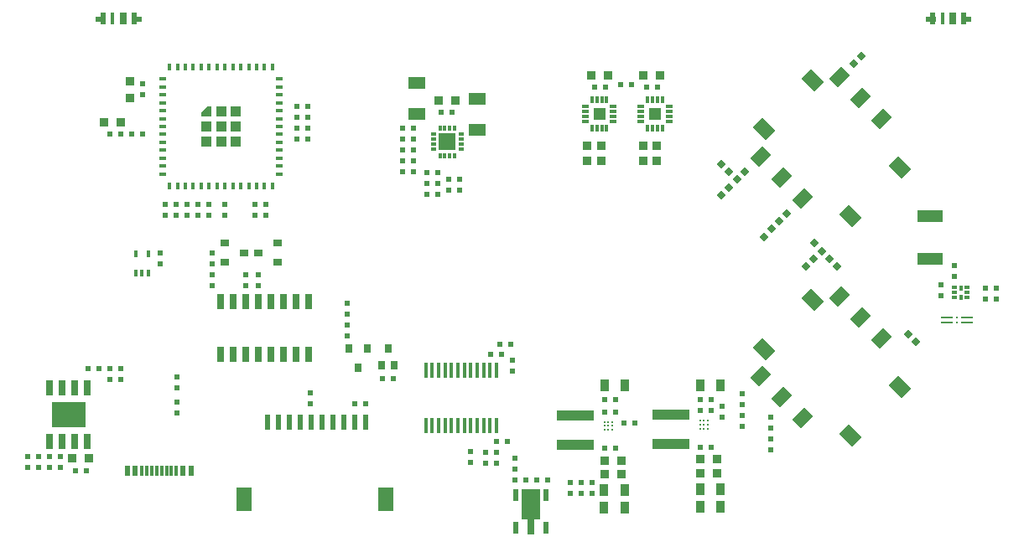
<source format=gtp>
G04*
G04 #@! TF.GenerationSoftware,Altium Limited,Altium Designer,18.1.7 (191)*
G04*
G04 Layer_Color=8421504*
%FSLAX44Y44*%
%MOMM*%
G71*
G01*
G75*
%ADD12R,0.6000X0.6000*%
G04:AMPARAMS|DCode=13|XSize=1.55mm|YSize=0.67mm|CornerRadius=0.0335mm|HoleSize=0mm|Usage=FLASHONLY|Rotation=90.000|XOffset=0mm|YOffset=0mm|HoleType=Round|Shape=RoundedRectangle|*
%AMROUNDEDRECTD13*
21,1,1.5500,0.6030,0,0,90.0*
21,1,1.4830,0.6700,0,0,90.0*
1,1,0.0670,0.3015,0.7415*
1,1,0.0670,0.3015,-0.7415*
1,1,0.0670,-0.3015,-0.7415*
1,1,0.0670,-0.3015,0.7415*
%
%ADD13ROUNDEDRECTD13*%
%ADD14R,0.6000X0.6000*%
%ADD15R,0.4000X0.7500*%
%ADD16R,0.8000X0.4000*%
%ADD17R,0.4000X0.8000*%
%ADD18R,0.4000X0.4000*%
%ADD19R,1.0000X1.0000*%
%ADD20R,0.5000X1.2000*%
%ADD21R,0.7000X1.2000*%
%ADD22R,0.4500X1.2000*%
%ADD23R,0.5500X1.2000*%
%ADD24R,1.0000X0.5500*%
%ADD25R,0.9000X0.9000*%
%ADD26R,0.9000X0.9000*%
%ADD27R,0.9000X0.8000*%
%ADD28R,1.7000X1.1500*%
%ADD29R,0.6300X0.3000*%
%ADD30R,0.3000X0.6300*%
%ADD31R,1.7500X1.7500*%
%ADD32R,1.2300X1.2300*%
%ADD33R,0.8000X0.3000*%
%ADD34R,0.3000X0.8000*%
G04:AMPARAMS|DCode=35|XSize=1.7mm|YSize=1.2mm|CornerRadius=0mm|HoleSize=0mm|Usage=FLASHONLY|Rotation=225.000|XOffset=0mm|YOffset=0mm|HoleType=Round|Shape=Rectangle|*
%AMROTATEDRECTD35*
4,1,4,0.1768,1.0253,1.0253,0.1768,-0.1768,-1.0253,-1.0253,-0.1768,0.1768,1.0253,0.0*
%
%ADD35ROTATEDRECTD35*%

G04:AMPARAMS|DCode=36|XSize=1.4mm|YSize=1.9mm|CornerRadius=0mm|HoleSize=0mm|Usage=FLASHONLY|Rotation=225.000|XOffset=0mm|YOffset=0mm|HoleType=Round|Shape=Rectangle|*
%AMROTATEDRECTD36*
4,1,4,-0.1768,1.1667,1.1667,-0.1768,0.1768,-1.1667,-1.1667,0.1768,-0.1768,1.1667,0.0*
%
%ADD36ROTATEDRECTD36*%

%ADD37P,0.8485X4X360.0*%
%ADD38P,0.8485X4X270.0*%
%ADD39R,2.5000X1.2000*%
%ADD40R,0.3500X0.6300*%
%ADD41R,0.5800X0.3000*%
%ADD42O,1.2500X0.2500*%
%ADD43C,0.2500*%
%ADD44O,1.2500X0.2500*%
%ADD45R,0.9000X1.3000*%
%ADD46C,0.2300*%
%ADD47R,3.7000X1.1000*%
%ADD48R,1.8500X3.1250*%
%ADD49R,0.5500X1.3000*%
%ADD50R,0.8000X1.5000*%
%ADD51R,0.8000X0.9000*%
%ADD52R,0.4500X1.5500*%
%ADD53R,0.6000X1.5000*%
%ADD54R,1.5000X2.3400*%
%ADD55R,3.5100X2.6200*%
G04:AMPARAMS|DCode=56|XSize=1.55mm|YSize=0.6mm|CornerRadius=0.03mm|HoleSize=0mm|Usage=FLASHONLY|Rotation=270.000|XOffset=0mm|YOffset=0mm|HoleType=Round|Shape=RoundedRectangle|*
%AMROUNDEDRECTD56*
21,1,1.5500,0.5400,0,0,270.0*
21,1,1.4900,0.6000,0,0,270.0*
1,1,0.0600,-0.2700,-0.7450*
1,1,0.0600,-0.2700,0.7450*
1,1,0.0600,0.2700,0.7450*
1,1,0.0600,0.2700,-0.7450*
%
%ADD56ROUNDEDRECTD56*%
%ADD57R,0.3000X1.1000*%
%ADD58R,0.6000X1.1000*%
G36*
X183500Y433000D02*
X193500D01*
Y443000D01*
X189500D01*
X183500Y437000D01*
X183500D01*
Y433000D01*
D02*
G37*
D12*
X577900Y63300D02*
D03*
X577901Y52299D02*
D03*
X567000Y63300D02*
D03*
X567001Y52299D02*
D03*
X556000Y63300D02*
D03*
X556001Y52299D02*
D03*
X124001Y454999D02*
D03*
X124000Y466000D02*
D03*
X194499Y273001D02*
D03*
X194500Y262000D02*
D03*
X228499Y273001D02*
D03*
X228500Y262000D02*
D03*
X147501Y333499D02*
D03*
X147500Y344500D02*
D03*
X158500D02*
D03*
X158501Y333499D02*
D03*
X169499Y344501D02*
D03*
X169500Y333500D02*
D03*
X191499Y344276D02*
D03*
X191500Y333275D02*
D03*
X206999Y344501D02*
D03*
X207000Y333500D02*
D03*
X194499Y295001D02*
D03*
X194500Y284000D02*
D03*
X943999Y282719D02*
D03*
X944000Y271719D02*
D03*
X248999Y344501D02*
D03*
X249000Y333500D02*
D03*
X397999Y421001D02*
D03*
X398000Y410000D02*
D03*
X387001Y409999D02*
D03*
X387000Y421000D02*
D03*
X387001Y387999D02*
D03*
X387000Y399000D02*
D03*
X397999Y399001D02*
D03*
X398000Y388000D02*
D03*
X240999Y273001D02*
D03*
X241000Y262000D02*
D03*
X975502Y248875D02*
D03*
X975501Y259876D02*
D03*
X986501Y248875D02*
D03*
X986500Y259876D02*
D03*
X930499Y263001D02*
D03*
X930500Y252000D02*
D03*
X758501Y118499D02*
D03*
X758500Y129500D02*
D03*
X758502Y96499D02*
D03*
X758501Y107500D02*
D03*
X730000Y142000D02*
D03*
X729999Y153001D02*
D03*
X730001Y119999D02*
D03*
X730000Y131000D02*
D03*
X708999Y140501D02*
D03*
X709000Y129500D02*
D03*
X500001Y76499D02*
D03*
X500000Y87500D02*
D03*
X455749Y94401D02*
D03*
X455750Y83400D02*
D03*
X497499Y187001D02*
D03*
X497500Y176000D02*
D03*
X330500Y233500D02*
D03*
X330499Y244501D02*
D03*
X142001Y283999D02*
D03*
X142000Y295000D02*
D03*
X158999Y169501D02*
D03*
X159000Y158500D02*
D03*
X158999Y144565D02*
D03*
X159000Y133564D02*
D03*
X41001Y77999D02*
D03*
X41000Y89000D02*
D03*
X30001Y77999D02*
D03*
X30000Y89000D02*
D03*
X19000Y78000D02*
D03*
X18999Y89001D02*
D03*
X8001Y77999D02*
D03*
X8000Y89000D02*
D03*
X293500Y154000D02*
D03*
X293501Y142999D02*
D03*
X330500Y222500D02*
D03*
X330501Y211499D02*
D03*
X180500Y333500D02*
D03*
X180499Y344501D02*
D03*
X237999D02*
D03*
X238000Y333500D02*
D03*
D13*
X279000Y246000D02*
D03*
X266300Y246000D02*
D03*
X253600D02*
D03*
X240900D02*
D03*
X228200D02*
D03*
X291700D02*
D03*
X202800Y193000D02*
D03*
X215500D02*
D03*
X228200D02*
D03*
X240900Y193000D02*
D03*
X253600D02*
D03*
X266300Y193000D02*
D03*
X279000D02*
D03*
X291700D02*
D03*
X215500Y246000D02*
D03*
X202800D02*
D03*
D14*
X80001Y178251D02*
D03*
X69000Y178250D02*
D03*
X102001Y178251D02*
D03*
X91000Y178250D02*
D03*
X90999Y167249D02*
D03*
X102000Y167250D02*
D03*
X113289Y414998D02*
D03*
X124290Y414999D02*
D03*
X90999D02*
D03*
X102000Y415000D02*
D03*
X621001Y123631D02*
D03*
X610000Y123630D02*
D03*
X291001Y443501D02*
D03*
X280000Y443500D02*
D03*
X291001Y432501D02*
D03*
X280000Y432500D02*
D03*
X279999Y421499D02*
D03*
X291000Y421500D02*
D03*
X279999Y410499D02*
D03*
X291000Y410500D02*
D03*
X437001Y437001D02*
D03*
X426000Y437000D02*
D03*
X398001Y377001D02*
D03*
X387000Y377000D02*
D03*
X411499Y376723D02*
D03*
X422500Y376724D02*
D03*
X411499Y365499D02*
D03*
X422500Y365500D02*
D03*
X411538Y354499D02*
D03*
X422539Y354500D02*
D03*
X444501Y369537D02*
D03*
X433500Y369536D02*
D03*
X444501Y359001D02*
D03*
X433500Y359000D02*
D03*
X643901Y462401D02*
D03*
X632900Y462400D02*
D03*
X617501Y465501D02*
D03*
X606500Y465500D02*
D03*
X686999Y146999D02*
D03*
X698000Y147000D02*
D03*
X686999Y98999D02*
D03*
X698000Y99000D02*
D03*
X601602Y134501D02*
D03*
X590601Y134500D02*
D03*
X511001Y65501D02*
D03*
X500000Y65500D02*
D03*
X521999Y65499D02*
D03*
X533000Y65500D02*
D03*
X481999Y104499D02*
D03*
X493000Y104500D02*
D03*
X482001Y93501D02*
D03*
X471000Y93500D02*
D03*
X482001Y82501D02*
D03*
X471000Y82500D02*
D03*
X495800Y203001D02*
D03*
X484799Y203000D02*
D03*
X475499Y192499D02*
D03*
X486500Y192500D02*
D03*
X366499Y168499D02*
D03*
X377500Y168500D02*
D03*
X338499Y142999D02*
D03*
X349500Y143000D02*
D03*
X67501Y75001D02*
D03*
X56500Y75000D02*
D03*
X698000Y135750D02*
D03*
X686999Y135749D02*
D03*
X601500Y98000D02*
D03*
X590499Y97999D02*
D03*
X590500Y147000D02*
D03*
X601501Y147001D02*
D03*
X580400Y462400D02*
D03*
X591401Y462401D02*
D03*
D15*
X117315Y275000D02*
D03*
X123815D02*
D03*
X130315D02*
D03*
Y294500D02*
D03*
X117315D02*
D03*
D16*
X262500Y471000D02*
D03*
Y463000D02*
D03*
Y455000D02*
D03*
Y447000D02*
D03*
Y439000D02*
D03*
Y431000D02*
D03*
Y423000D02*
D03*
Y415000D02*
D03*
Y407000D02*
D03*
Y399000D02*
D03*
Y391000D02*
D03*
Y383000D02*
D03*
Y375000D02*
D03*
X144500D02*
D03*
Y383000D02*
D03*
Y391000D02*
D03*
Y399000D02*
D03*
Y407000D02*
D03*
Y415000D02*
D03*
Y423000D02*
D03*
Y431000D02*
D03*
Y439000D02*
D03*
Y447000D02*
D03*
Y455000D02*
D03*
Y463000D02*
D03*
Y471000D02*
D03*
D17*
X255500Y362500D02*
D03*
X247500D02*
D03*
X239500D02*
D03*
X231500D02*
D03*
X223500D02*
D03*
X215500D02*
D03*
X207500D02*
D03*
X199500D02*
D03*
X191500D02*
D03*
X183500D02*
D03*
X175500D02*
D03*
X167500D02*
D03*
X159500D02*
D03*
X151500D02*
D03*
X255500Y483500D02*
D03*
X247500D02*
D03*
X239500D02*
D03*
X231500D02*
D03*
X223500D02*
D03*
X215500D02*
D03*
X207500D02*
D03*
X199500D02*
D03*
X191500D02*
D03*
X183500D02*
D03*
X175500D02*
D03*
X167500D02*
D03*
X159500D02*
D03*
X151500D02*
D03*
D18*
X191500Y435000D02*
D03*
D19*
X203500Y438000D02*
D03*
X218500D02*
D03*
Y423000D02*
D03*
X203500D02*
D03*
X188500D02*
D03*
Y408000D02*
D03*
X203500D02*
D03*
X218500D02*
D03*
D20*
X115500Y531875D02*
D03*
X953500D02*
D03*
D21*
X104500D02*
D03*
X942500D02*
D03*
D22*
X94250D02*
D03*
X932250D02*
D03*
D23*
X84250D02*
D03*
X922250D02*
D03*
D24*
X118000Y531125D02*
D03*
X82000D02*
D03*
X956000D02*
D03*
X920000D02*
D03*
D25*
X111500Y469000D02*
D03*
Y452000D02*
D03*
X573400Y387900D02*
D03*
Y403900D02*
D03*
X587400Y387900D02*
D03*
Y403900D02*
D03*
X629400Y387900D02*
D03*
Y403900D02*
D03*
X643400Y387900D02*
D03*
Y403900D02*
D03*
D26*
X85000Y427500D02*
D03*
X102000D02*
D03*
X423000Y449500D02*
D03*
X440000Y449500D02*
D03*
X629900Y474900D02*
D03*
X646900D02*
D03*
X577400D02*
D03*
X594400D02*
D03*
X704000Y86500D02*
D03*
X687000Y86500D02*
D03*
X704000Y72500D02*
D03*
X687000D02*
D03*
X607500Y71500D02*
D03*
X590500D02*
D03*
X607500Y85500D02*
D03*
X590500D02*
D03*
X53500Y87500D02*
D03*
X70500D02*
D03*
D27*
X227000Y295500D02*
D03*
X207000Y286000D02*
D03*
Y305000D02*
D03*
X241000Y295500D02*
D03*
X261000Y305000D02*
D03*
Y286000D02*
D03*
D28*
X401500Y435750D02*
D03*
Y467250D02*
D03*
X462500Y419250D02*
D03*
X462500Y450750D02*
D03*
D29*
X445850Y400000D02*
D03*
Y405000D02*
D03*
X445850Y410000D02*
D03*
Y415000D02*
D03*
X418150D02*
D03*
Y410000D02*
D03*
X418150Y405000D02*
D03*
Y400000D02*
D03*
D30*
X439500Y421350D02*
D03*
X434500D02*
D03*
X429500D02*
D03*
X424500D02*
D03*
Y393650D02*
D03*
X429500Y393650D02*
D03*
X434500D02*
D03*
X439500D02*
D03*
D31*
X432000Y407500D02*
D03*
D32*
X641400Y435900D02*
D03*
X585400Y435900D02*
D03*
D33*
X655650Y443400D02*
D03*
X655650Y438400D02*
D03*
X655650Y433400D02*
D03*
Y428400D02*
D03*
X627150D02*
D03*
X627150Y433400D02*
D03*
Y438400D02*
D03*
X627150Y443400D02*
D03*
X599650D02*
D03*
Y438400D02*
D03*
Y433400D02*
D03*
X599650Y428400D02*
D03*
X571150D02*
D03*
X571150Y433400D02*
D03*
Y438400D02*
D03*
X571150Y443400D02*
D03*
D34*
X648900Y421650D02*
D03*
X643900D02*
D03*
X638900D02*
D03*
X633900D02*
D03*
X633900Y450150D02*
D03*
X638900D02*
D03*
X643900D02*
D03*
X648900Y450150D02*
D03*
X592900Y421650D02*
D03*
X587900D02*
D03*
X582900D02*
D03*
X577900D02*
D03*
Y450150D02*
D03*
X582900D02*
D03*
X587900D02*
D03*
X592900D02*
D03*
D35*
X748229Y392868D02*
D03*
X769442Y371655D02*
D03*
X790655Y350442D02*
D03*
X828132Y472771D02*
D03*
X849345Y451558D02*
D03*
X870558Y430345D02*
D03*
X748229Y170868D02*
D03*
X769442Y149655D02*
D03*
X790655Y128442D02*
D03*
X828132Y250771D02*
D03*
X849345Y229558D02*
D03*
X870558Y208345D02*
D03*
D36*
X751411Y420092D02*
D03*
X800908Y469589D02*
D03*
X839092Y332411D02*
D03*
X888589Y381908D02*
D03*
X751411Y198092D02*
D03*
X800908Y247589D02*
D03*
X839092Y110411D02*
D03*
X888589Y159908D02*
D03*
D37*
X842111Y486110D02*
D03*
X849889Y493889D02*
D03*
X724222Y369221D02*
D03*
X732000Y377000D02*
D03*
X708611Y353610D02*
D03*
X716389Y361389D02*
D03*
X767111Y327110D02*
D03*
X774889Y334889D02*
D03*
X751611Y311610D02*
D03*
X759389Y319389D02*
D03*
X801889Y289390D02*
D03*
X794111Y281611D02*
D03*
D38*
X708610Y384889D02*
D03*
X716389Y377111D02*
D03*
X802110Y304889D02*
D03*
X809889Y297111D02*
D03*
X825390Y281611D02*
D03*
X817611Y289389D02*
D03*
X897110Y213389D02*
D03*
X904889Y205611D02*
D03*
D39*
X919500Y332500D02*
D03*
Y289500D02*
D03*
D40*
X950500Y250350D02*
D03*
Y259650D02*
D03*
D41*
X944100Y250000D02*
D03*
Y255000D02*
D03*
Y260000D02*
D03*
X956900D02*
D03*
Y255000D02*
D03*
Y250000D02*
D03*
D42*
X956500Y230000D02*
D03*
Y225000D02*
D03*
D43*
X946500Y230000D02*
D03*
Y225000D02*
D03*
D44*
X936500Y230000D02*
D03*
Y225000D02*
D03*
D45*
X687001Y161501D02*
D03*
X708001D02*
D03*
X687001Y56501D02*
D03*
X708001D02*
D03*
X687001Y38501D02*
D03*
X708001D02*
D03*
X590501Y161501D02*
D03*
X611501D02*
D03*
X590001Y37501D02*
D03*
X611001D02*
D03*
X590001Y55501D02*
D03*
X611001D02*
D03*
D46*
X695000Y125500D02*
D03*
Y121500D02*
D03*
Y117500D02*
D03*
X691000Y125500D02*
D03*
X691000Y121500D02*
D03*
X691000Y117500D02*
D03*
X687000Y125500D02*
D03*
Y121500D02*
D03*
Y117500D02*
D03*
X598500Y124500D02*
D03*
Y120500D02*
D03*
Y116500D02*
D03*
X594500Y124500D02*
D03*
X594500Y120500D02*
D03*
X594500Y116500D02*
D03*
X590500Y124500D02*
D03*
X590500Y120500D02*
D03*
X590500Y116500D02*
D03*
D47*
X658000Y102000D02*
D03*
Y132000D02*
D03*
X561500Y101000D02*
D03*
X561500Y131000D02*
D03*
D48*
X516500Y41500D02*
D03*
D49*
X501500Y50620D02*
D03*
X531500D02*
D03*
X531500Y17620D02*
D03*
X501500D02*
D03*
D50*
X516500Y18620D02*
D03*
D51*
X342000Y178750D02*
D03*
X332500Y198750D02*
D03*
X351500D02*
D03*
X372000D02*
D03*
X378500Y181250D02*
D03*
X365500D02*
D03*
D52*
X462250Y120500D02*
D03*
X468750D02*
D03*
X475250D02*
D03*
X481750D02*
D03*
X455750Y120500D02*
D03*
X449250Y120500D02*
D03*
X442750D02*
D03*
X436250D02*
D03*
X429750D02*
D03*
X423250D02*
D03*
X416750D02*
D03*
X410250D02*
D03*
Y176500D02*
D03*
X416750D02*
D03*
X481750Y176500D02*
D03*
X475250Y176500D02*
D03*
X468750D02*
D03*
X462250D02*
D03*
X455750D02*
D03*
X449250D02*
D03*
X442750D02*
D03*
X436250D02*
D03*
X429750D02*
D03*
X423250D02*
D03*
D53*
X327500Y124200D02*
D03*
X316500D02*
D03*
X305500D02*
D03*
X294500D02*
D03*
X283500D02*
D03*
X272500D02*
D03*
X261500D02*
D03*
X250500D02*
D03*
X349500D02*
D03*
X338500D02*
D03*
D54*
X226800Y46500D02*
D03*
X370200D02*
D03*
D55*
X49501Y131866D02*
D03*
D56*
X30450Y159000D02*
D03*
X43150D02*
D03*
X55850D02*
D03*
X68550D02*
D03*
Y105000D02*
D03*
X55850D02*
D03*
X43150D02*
D03*
X30450D02*
D03*
D57*
X158500Y75250D02*
D03*
X153500D02*
D03*
X148500D02*
D03*
X143520D02*
D03*
X138500D02*
D03*
X133500D02*
D03*
X128500D02*
D03*
X123500D02*
D03*
D58*
X173000D02*
D03*
X165000D02*
D03*
X117000D02*
D03*
X109000D02*
D03*
M02*

</source>
